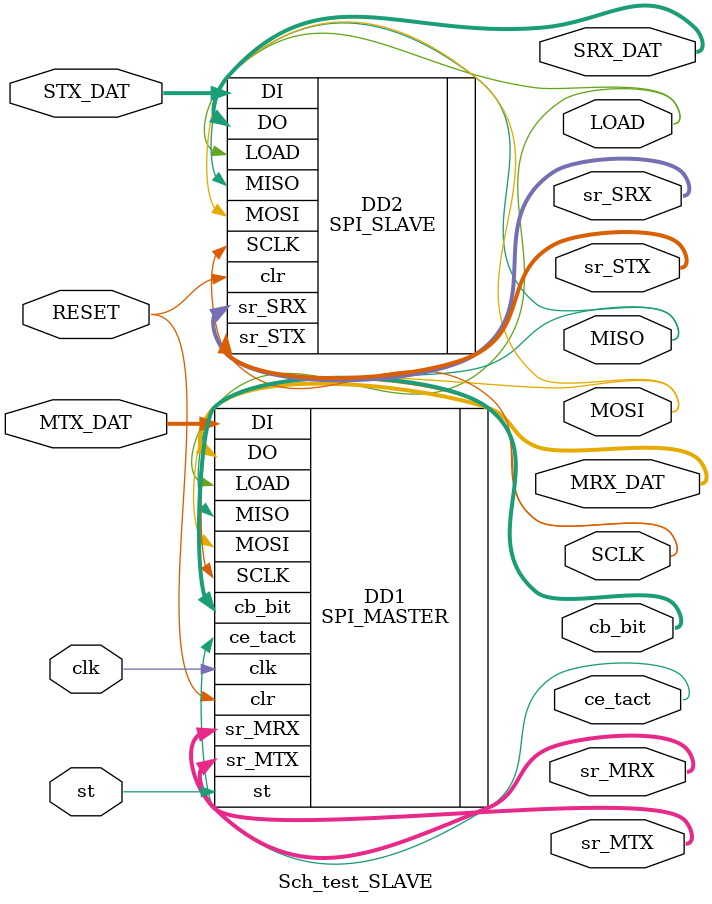
<source format=v>
`define m 15 //m èç Òàáëèöû 1
module Sch_test_SLAVE(
//--------------Âûâîäû SPI_MASTER----------------------
								input st, 					output wire LOAD,
								input clk, 					output wire SCLK,
								input[`m-1:0]MTX_DAT, 	output wire MOSI,
								input RESET, 				output wire [`m-1:0]MRX_DAT,
																output wire [`m-1:0]sr_MTX,
																output wire [`m-1:0]sr_MRX,
																output wire [7:0]cb_bit,
																output wire ce_tact,
//-------------Âûâîäû SPI_SLAVE----------------------
								input [`m-1:0]STX_DAT, 	output wire MISO,
																output wire[`m-1:0]sr_STX,
																output wire[`m-1:0]sr_SRX,
																output wire[`m-1:0]SRX_DAT);
SPI_MASTER DD1 (	.st(st), 		.LOAD(LOAD),
						.clk(clk), 		.SCLK(SCLK),
						.DI(MTX_DAT), 	.MOSI(MOSI),
						.clr(RESET), 	.DO(MRX_DAT),
						.MISO(MISO), 	.sr_MTX(sr_MTX),
											.sr_MRX(sr_MRX),
											.cb_bit(cb_bit),
											.ce_tact(ce_tact));

SPI_SLAVE DD2 ( 	.LOAD(LOAD), 	.MISO(MISO),
						.SCLK(SCLK), 	.sr_STX(sr_STX),
						.MOSI(MOSI), 	.sr_SRX(sr_SRX),
						.clr(RESET), 	.DO(SRX_DAT),
						.DI(STX_DAT));
endmodule

</source>
